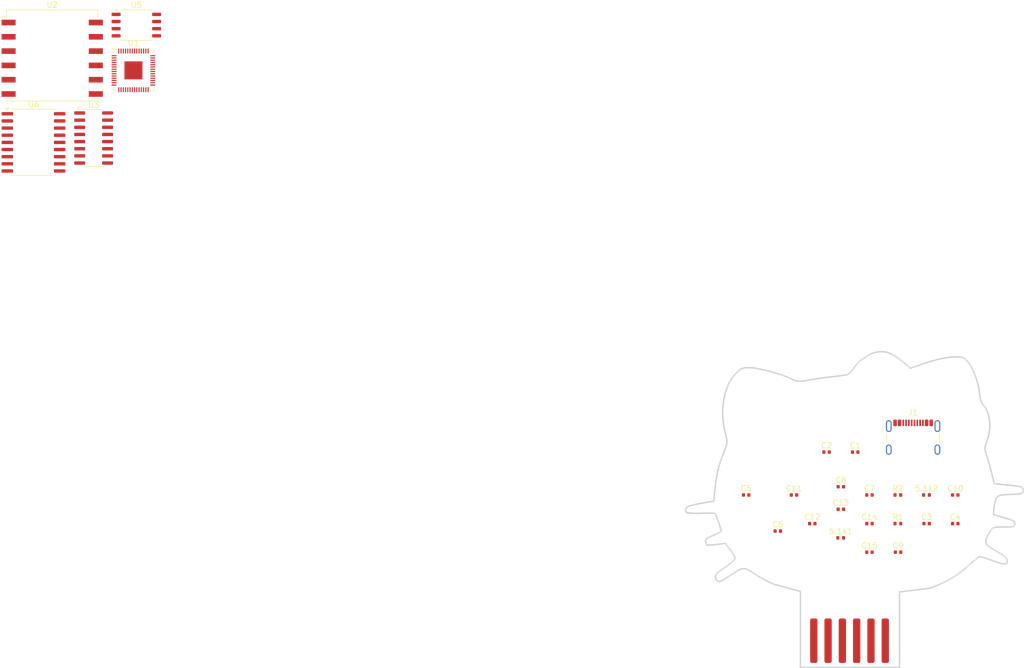
<source format=kicad_pcb>
(kicad_pcb (version 20240108) (generator "pcbnew") (generator_version "8.0")
  (layers (0 "F.Cu" signal) (31 "B.Cu" signal) (34 "B.Paste" user) (35 "F.Paste" user) (36 "B.SilkS" user "B.Silkscreen") (37 "F.SilkS" user "F.Silkscreen") (38 "B.Mask" user) (39 "F.Mask" user) (44 "Edge.Cuts" user))
  (net 0 "")
  (net 4 "Earth")
  (net 5 "/SPI0_SCK")
  (net 7 "/XOUT")
  (net 8 "/QSPI_IO1")
  (net 9 "Net-(U1-USB_DP)")
  (net 11 "/SPI0_CS")
  (net 15 "+3.3V")
  (net 16 "/QSPI_IO3")
  (net 18 "/SPI0_MOSI")
  (net 25 "/QSPI_IO0")
  (net 27 "/CAN_INT")
  (net 29 "/UART0_TX")
  (net 30 "+1V1")
  (net 31 "/BOOT_SEL")
  (net 34 "/UART0_RX")
  (net 36 "/SPI0_MISO")
  (net 37 "/QSPI_IO2")
  (net 38 "/QSPI_CLK")
  (net 40 "/NRESET")
  (net 44 "Net-(U1-USB_DM)")
  (net 46 "/XIN")
  (net 47 "/3V3")
  (net 55 "/CH340G XO")
  (net 56 "/CH340G_XI")
  (net 59 "/USB_DM")
  (net 63 "/USB_DP")
  (net 70 "/TXCAN")
  (net 71 "/RXCAN")
  (net 84 "/SHIELD")
  (net 87 "/USB_DP	")
  (footprint "Resistor_SMD:R_0402_1005Metric" (layer "F.Cu") (at 159.51 91.44)
    (property "Reference" "R1" (at 0 -1.17 0) (layer "F.SilkS"))
    (property "Value" "5.1k")
    (pad "1" smd roundrect (at -0.51 0) (size 0.54 0.64) (layers "F.Cu" "F.Paste" "F.Mask") (net 87 "/USB_DP	"))
    (pad "2" smd roundrect (at 0.51 0) (size 0.54 0.64) (layers "F.Cu" "F.Paste" "F.Mask") (net 9 "Net-(U1-USB_DP)"))
  )
  (footprint "Capacitor_SMD:C_0402_1005Metric" (layer "F.Cu") (at 132.56 86.36)
    (property "Reference" "C5" (at 0 -1.16 0) (layer "F.SilkS"))
    (property "Value" "100nF")
    (pad "1" smd roundrect (at -0.48 0) (size 0.56 0.62) (layers "F.Cu" "F.Paste" "F.Mask") (net 4 "Earth"))
    (pad "2" smd roundrect (at 0.48 0) (size 0.56 0.62) (layers "F.Cu" "F.Paste" "F.Mask") (net 15 "+3.3V"))
  )
  (footprint "Hello-kitty-outline:HELLO-KITTY-OUTLINE" (layer "F.Cu") (at 152.4 88.9)
    (property "Reference" "REF**" (hide yes))
    (property "Value" "HELLO-KITTY-OUTLINE" (hide yes))
    (fp_line (start -28.046533 0.723104) (end -27.190396 0.70072) (stroke (width 0.25)) (layer "Edge.Cuts"))
    (fp_line (start -27.190396 0.70072) (end -25.539799 0.695542) (stroke (width 0.25)) (layer "Edge.Cuts"))
    (fp_line (start -27.042804 5.738686) (end -26.977077 5.919724) (stroke (width 0.25)) (layer "Edge.Cuts"))
    (fp_line (start -26.977077 5.919724) (end -26.921541 6.093795) (stroke (width 0.25)) (layer "Edge.Cuts"))
    (fp_line (start -26.921541 6.093795) (end -26.880738 6.242234) (stroke (width 0.25)) (layer "Edge.Cuts"))
    (fp_line (start -26.822194 6.367144) (end -26.383914 6.358171) (stroke (width 0.25)) (layer "Edge.Cuts"))
    (fp_line (start -26.383914 6.358171) (end -25.848576 6.327145) (stroke (width 0.25)) (layer "Edge.Cuts"))
    (fp_line (start -25.848576 6.327145) (end -25.212612 6.264757) (stroke (width 0.25)) (layer "Edge.Cuts"))
    (fp_line (start -25.839436 4.701641) (end -26.49462 5.007738) (stroke (width 0.25)) (layer "Edge.Cuts"))
    (fp_line (start -25.59074 -1.437361) (end -27.694228 -1.083422) (stroke (width 0.25)) (layer "Edge.Cuts"))
    (fp_line (start -25.385412 -3.552725) (end -25.59074 -1.437361) (stroke (width 0.25)) (layer "Edge.Cuts"))
    (fp_line (start -25.305705 4.468971) (end -25.839436 4.701641) (stroke (width 0.25)) (layer "Edge.Cuts"))
    (fp_line (start -25.270676 0.906467) (end -24.758715 2.288455) (stroke (width 0.25)) (layer "Edge.Cuts"))
    (fp_line (start -25.212612 6.264757) (end -23.554129 6.077121) (stroke (width 0.25)) (layer "Edge.Cuts"))
    (fp_line (start -25.15088 -5.419429) (end -25.385412 -3.552725) (stroke (width 0.25)) (layer "Edge.Cuts"))
    (fp_line (start -24.859658 -6.9119) (end -25.15088 -5.419429) (stroke (width 0.25)) (layer "Edge.Cuts"))
    (fp_line (start -24.840699 4.257789) (end -25.305705 4.468971) (stroke (width 0.25)) (layer "Edge.Cuts"))
    (fp_line (start -24.758715 2.288455) (end -24.290616 3.691695) (stroke (width 0.25)) (layer "Edge.Cuts"))
    (fp_line (start -24.37051 4.018393) (end -24.840699 4.257789) (stroke (width 0.25)) (layer "Edge.Cuts"))
    (fp_line (start -23.925962 12.559112) (end -23.093817 12.027127) (stroke (width 0.25)) (layer "Edge.Cuts"))
    (fp_line (start -23.834056 -10.030196) (end -24.440776 -8.373686) (stroke (width 0.25)) (layer "Edge.Cuts"))
    (fp_line (start -23.570294 -13.645179) (end -23.307256 -12.477049) (stroke (width 0.25)) (layer "Edge.Cuts"))
    (fp_line (start -23.565495 10.280273) (end -24.661088 11.070593) (stroke (width 0.25)) (layer "Edge.Cuts"))
    (fp_line (start -23.554129 6.077121) (end -22.623581 7.252035) (stroke (width 0.25)) (layer "Edge.Cuts"))
    (fp_line (start -23.438688 -11.088862) (end -23.834056 -10.030196) (stroke (width 0.25)) (layer "Edge.Cuts"))
    (fp_line (start -23.093817 12.027127) (end -21.26132 10.861651) (stroke (width 0.25)) (layer "Edge.Cuts"))
    (fp_line (start -22.957306 9.854142) (end -23.565495 10.280273) (stroke (width 0.25)) (layer "Edge.Cuts"))
    (fp_line (start -22.418836 9.42932) (end -22.957306 9.854142) (stroke (width 0.25)) (layer "Edge.Cuts"))
    (fp_line (start -22.01815 9.07248) (end -22.418836 9.42932) (stroke (width 0.25)) (layer "Edge.Cuts"))
    (fp_line (start -21.234558 -24.552312) (end -21.72285 -24.080417) (stroke (width 0.25)) (layer "Edge.Cuts"))
    (fp_line (start -15.926869 -24.57932) (end -17.95874 -25.024266) (stroke (width 0.25)) (layer "Edge.Cuts"))
    (fp_line (start -14.812934 13.350275) (end -10.200009 14.600035) (stroke (width 0.25)) (layer "Edge.Cuts"))
    (fp_line (start -13.835912 -23.972108) (end -15.926869 -24.57932) (stroke (width 0.25)) (layer "Edge.Cuts"))
    (fp_line (start -11.244339 -22.933514) (end -12.131408 -23.305389) (stroke (width 0.25)) (layer "Edge.Cuts"))
    (fp_line (start -10.2 14.6) (end -10.2 28.100768) (stroke (width 0.25)) (layer "Edge.Cuts"))
    (fp_line (start -10.2 28.100768) (end 7.4 28.099232) (stroke (width 0.25)) (layer "Edge.Cuts"))
    (fp_line (start -8.308335 -23.020109) (end -9.772786 -22.766034) (stroke (width 0.25)) (layer "Edge.Cuts"))
    (fp_line (start -7.284142 -23.196378) (end -8.308335 -23.020109) (stroke (width 0.25)) (layer "Edge.Cuts"))
    (fp_line (start -6.070817 -23.371046) (end -7.284142 -23.196378) (stroke (width 0.25)) (layer "Edge.Cuts"))
    (fp_line (start -4.865377 -23.518969) (end -6.070817 -23.371046) (stroke (width 0.25)) (layer "Edge.Cuts"))
    (fp_line (start -3.868339 -23.612105) (end -4.865377 -23.518969) (stroke (width 0.25)) (layer "Edge.Cuts"))
    (fp_line (start -3.868339 -23.612105) (end -2.027846 -23.876181) (stroke (width 0.25)) (layer "Edge.Cuts"))
    (fp_line (start 0.35239 -26.327002) (end 2.005545 -27.472511) (stroke (width 0.25)) (layer "Edge.Cuts"))
    (fp_line (start 7.4 14.700049) (end 7.4 28.09995) (stroke (width 0.25)) (layer "Edge.Cuts"))
    (fp_line (start 9.339933 -25.059438) (end 7.94079 -26.236462) (stroke (width 0.25)) (layer "Edge.Cuts"))
    (fp_line (start 12.055103 -25.983029) (end 9.339933 -25.059438) (stroke (width 0.25)) (layer "Edge.Cuts"))
    (fp_line (start 12.857895 14.005756) (end 7.4 14.700049) (stroke (width 0.25)) (layer "Edge.Cuts"))
    (fp_line (start 19.500992 10.12801) (end 20.232614 9.47202) (stroke (width 0.25)) (layer "Edge.Cuts"))
    (fp_line (start 20.232614 9.47202) (end 20.904712 8.918756) (stroke (width 0.25)) (layer "Edge.Cuts"))
    (fp_line (start 20.904712 8.918756) (end 21.479344 8.484419) (stroke (width 0.25)) (layer "Edge.Cuts"))
    (fp_line (start 21.926222 8.452126) (end 22.528058 8.636328) (stroke (width 0.25)) (layer "Edge.Cuts"))
    (fp_line (start 22.528058 8.636328) (end 23.258798 8.878985) (stroke (width 0.25)) (layer "Edge.Cuts"))
    (fp_line (start 22.723212 -11.50436) (end 23.11223 -12.69903) (stroke (width 0.25)) (layer "Edge.Cuts"))
    (fp_line (start 23.033135 -9.078258) (end 22.748404 -9.942705) (stroke (width 0.25)) (layer "Edge.Cuts"))
    (fp_line (start 23.258798 8.878985) (end 24.059702 9.166543) (stroke (width 0.25)) (layer "Edge.Cuts"))
    (fp_line (start 23.274849 -8.262583) (end 23.033135 -9.078258) (stroke (width 0.25)) (layer "Edge.Cuts"))
    (fp_line (start 23.52441 -7.367603) (end 23.274849 -8.262583) (stroke (width 0.25)) (layer "Edge.Cuts"))
    (fp_line (start 23.585694 6.814462) (end 23.17703 6.536272) (stroke (width 0.25)) (layer "Edge.Cuts"))
    (fp_line (start 23.744244 -6.521658) (end 23.52441 -7.367603) (stroke (width 0.25)) (layer "Edge.Cuts"))
    (fp_line (start 24.059702 9.166543) (end 25.075971 9.522212) (stroke (width 0.25)) (layer "Edge.Cuts"))
    (fp_line (start 24.097674 0.794985) (end 24.117426 0.375557) (stroke (width 0.25)) (layer "Edge.Cuts"))
    (fp_line (start 24.117426 0.375557) (end 24.165289 -0.13953) (stroke (width 0.25)) (layer "Edge.Cuts"))
    (fp_line (start 24.165289 -0.13953) (end 24.247335 -0.725246) (stroke (width 0.25)) (layer "Edge.Cuts"))
    (fp_line (start 24.24134 -4.529998) (end 23.744244 -6.521658) (stroke (width 0.25)) (layer "Edge.Cuts"))
    (fp_line (start 24.753356 3.171945) (end 25.925472 3.152122) (stroke (width 0.25)) (layer "Edge.Cuts"))
    (fp_line (start 24.767576 1.148804) (end 24.252126 0.979899) (stroke (width 0.25)) (layer "Edge.Cuts"))
    (fp_line (start 25.382655 1.336289) (end 24.767576 1.148804) (stroke (width 0.25)) (layer "Edge.Cuts"))
    (fp_line (start 25.420008 7.922298) (end 24.371961 7.289329) (stroke (width 0.25)) (layer "Edge.Cuts"))
    (fp_line (start 25.880851 -2.573158) (end 27.55285 -2.652237) (stroke (width 0.25)) (layer "Edge.Cuts"))
    (fp_line (start 25.925472 3.152122) (end 27.087955 3.136505) (stroke (width 0.25)) (layer "Edge.Cuts"))
    (fp_line (start 26.08688 1.533391) (end 25.382655 1.336289) (stroke (width 0.25)) (layer "Edge.Cuts"))
    (fp_line (start 26.630035 -4.311848) (end 24.24134 -4.529998) (stroke (width 0.25)) (layer "Edge.Cuts"))
    (fp_line (start 26.912975 1.776772) (end 26.08688 1.533391) (stroke (width 0.25)) (layer "Edge.Cuts"))
    (fp_line (start 27.55285 -2.652237) (end 28.349498 -2.688094) (stroke (width 0.25)) (layer "Edge.Cuts"))
    (fp_line (start 28.126967 -4.142992) (end 26.630035 -4.311848) (stroke (width 0.25)) (layer "Edge.Cuts"))
    (fp_arc (start -30.604343 0.093803) (mid -30.390997 -0.326945) (end -29.988346 -0.572743) (stroke (width 0.25)) (layer "Edge.Cuts"))
    (fp_arc (start -30.190135 0.65016) (mid -30.520244 0.463559) (end -30.604343 0.093803) (stroke (width 0.25)) (layer "Edge.Cuts"))
    (fp_arc (start -29.988346 -0.572743) (mid -28.847969 -0.858102) (end -27.694228 -1.083422) (stroke (width 0.25)) (layer "Edge.Cuts"))
    (fp_arc (start -28.046533 0.723104) (mid -29.119506 0.721083) (end -30.190135 0.65016) (stroke (width 0.25)) (layer "Edge.Cuts"))
    (fp_arc (start -27.042804 5.738686) (mid -27.064781 5.616567) (end -27.04012 5.494961) (stroke (width 0.25)) (layer "Edge.Cuts"))
    (fp_arc (start -27.04012 5.494961) (mid -26.96928 5.367218) (end -26.870588 5.259531) (stroke (width 0.25)) (layer "Edge.Cuts"))
    (fp_arc (start -26.880738 6.242234) (mid -26.873517 6.280453) (end -26.871094 6.319273) (stroke (width 0.25)) (layer "Edge.Cuts"))
    (fp_arc (start -26.870588 5.259531) (mid -26.690244 5.122227) (end -26.49462 5.007738) (stroke (width 0.25)) (layer "Edge.Cuts"))
    (fp_arc (start -26.822194 6.367144) (mid -26.856691 6.353471) (end -26.871094 6.319273) (stroke (width 0.25)) (layer "Edge.Cuts"))
    (fp_arc (start -25.539799 0.695542) (mid -25.375408 0.762942) (end -25.270684 0.906469) (stroke (width 0.25)) (layer "Edge.Cuts"))
    (fp_arc (start -25.294881 12.155831) (mid -25.288689 11.897237) (end -25.191864 11.657375) (stroke (width 0.25)) (layer "Edge.Cuts"))
    (fp_arc (start -25.191864 11.657375) (mid -24.951735 11.341136) (end -24.661088 11.070593) (stroke (width 0.25)) (layer "Edge.Cuts"))
    (fp_arc (start -25.052166 12.632846) (mid -25.211366 12.413594) (end -25.294881 12.155831) (stroke (width 0.25)) (layer "Edge.Cuts"))
    (fp_arc (start -24.859658 -6.9119) (mid -24.666004 -7.647317) (end -24.440782 -8.373688) (stroke (width 0.25)) (layer "Edge.Cuts"))
    (fp_arc (start -24.761376 12.806179) (mid -24.917564 12.73762) (end -25.052166 12.632846) (stroke (width 0.25)) (layer "Edge.Cuts"))
    (fp_arc (start -24.443333 12.80454) (mid -24.602233 12.828977) (end -24.761376 12.806179) (stroke (width 0.25)) (layer "Edge.Cuts"))
    (fp_arc (start -24.290619 3.691696) (mid -24.284854 3.866223) (end -24.37051 4.018393) (stroke (width 0.25)) (layer "Edge.Cuts"))
    (fp_arc (start -24.000986 -16.608196) (mid -23.983591 -18.073399) (end -23.807037 -19.528029) (stroke (width 0.25)) (layer "Edge.Cuts"))
    (fp_arc (start -23.925962 12.559112) (mid -24.175859 12.700353) (end -24.443333 12.80454) (stroke (width 0.25)) (layer "Edge.Cuts"))
    (fp_arc (start -23.807037 -19.528029) (mid -23.493293 -20.843193) (end -23.02705 -22.11233) (stroke (width 0.25)) (layer "Edge.Cuts"))
    (fp_arc (start -23.570294 -13.645179) (mid -23.861083 -15.115721) (end -24.000986 -16.608196) (stroke (width 0.25)) (layer "Edge.Cuts"))
    (fp_arc (start -23.307256 -12.477049) (mid -23.265514 -12.156466) (end -23.267261 -11.833181) (stroke (width 0.25)) (layer "Edge.Cuts"))
    (fp_arc (start -23.267261 -11.833181) (mid -23.32436 -11.454431) (end -23.438688 -11.088862) (stroke (width 0.25)) (layer "Edge.Cuts"))
    (fp_arc (start -23.02705 -22.11233) (mid -22.460888 -23.153322) (end -21.72285 -24.080417) (stroke (width 0.25)) (layer "Edge.Cuts"))
    (fp_arc (start -22.623581 7.252035) (mid -22.445576 7.487913) (end -22.278795 7.731856) (stroke (width 0.25)) (layer "Edge.Cuts"))
    (fp_arc (start -22.278795 7.731856) (mid -22.138494 7.96288) (end -22.012553 8.202036) (stroke (width 0.25)) (layer "Edge.Cuts"))
    (fp_arc (start -22.012553 8.202036) (mid -21.922844 8.401412) (end -21.845813 8.606021) (stroke (width 0.25)) (layer "Edge.Cuts"))
    (fp_arc (start -21.850154 8.836281) (mid -21.919192 8.965021) (end -22.01815 9.07248) (stroke (width 0.25)) (layer "Edge.Cuts"))
    (fp_arc (start -21.845813 8.606021) (mid -21.827771 8.721532) (end -21.850154 8.836281) (stroke (width 0.25)) (layer "Edge.Cuts"))
    (fp_arc (start -21.26132 10.861651) (mid -20.854477 10.665954) (end -20.41719 10.553713) (stroke (width 0.25)) (layer "Edge.Cuts"))
    (fp_arc (start -21.234558 -24.552312) (mid -20.964356 -24.788279) (end -20.655038 -24.969972) (stroke (width 0.25)) (layer "Edge.Cuts"))
    (fp_arc (start -20.655038 -24.969972) (mid -20.409499 -25.061926) (end -20.15251 -25.113899) (stroke (width 0.25)) (layer "Edge.Cuts"))
    (fp_arc (start -20.41719 10.553713) (mid -20.037482 10.553972) (end -19.675577 10.668877) (stroke (width 0.25)) (layer "Edge.Cuts"))
    (fp_arc (start -20.152511 -25.113904) (mid -19.787318 -25.146902) (end -19.420803 -25.157911) (stroke (width 0.25)) (layer "Edge.Cuts"))
    (fp_arc (start -19.675577 10.668877) (mid -19.100312 10.979156) (end -18.54738 11.32768) (stroke (width 0.25)) (layer "Edge.Cuts"))
    (fp_arc (start -19.420803 -25.157911) (mid -18.686724 -25.124429) (end -17.95874 -25.024266) (stroke (width 0.25)) (layer "Edge.Cuts"))
    (fp_arc (start -14.812934 13.350275) (mid -16.730719 12.432334) (end -18.54738 11.32768) (stroke (width 0.25)) (layer "Edge.Cuts"))
    (fp_arc (start -13.835912 -23.972108) (mid -12.974244 -23.662821) (end -12.131408 -23.305391) (stroke (width 0.25)) (layer "Edge.Cuts"))
    (fp_arc (start -10.481076 -22.737107) (mid -10.87144 -22.801374) (end -11.244339 -22.933514) (stroke (width 0.25)) (layer "Edge.Cuts"))
    (fp_arc (start -9.772786 -22.766034) (mid -10.126096 -22.731137) (end -10.481076 -22.737107) (stroke (width 0.25)) (layer "Edge.Cuts"))
    (fp_arc (start -1.264029 -24.388559) (mid -1.607067 -24.074424) (end -2.027846 -23.876181) (stroke (width 0.25)) (layer "Edge.Cuts"))
    (fp_arc (start -1.264028 -24.388558) (mid -0.498179 -25.393102) (end 0.35239 -26.327002) (stroke (width 0.25)) (layer "Edge.Cuts"))
    (fp_arc (start 2.005545 -27.472511) (mid 2.756704 -27.757601) (end 3.537985 -27.944996) (stroke (width 0.25)) (layer "Edge.Cuts"))
    (fp_arc (start 3.537985 -27.944996) (mid 4.239088 -27.99925) (end 4.9379 -27.920816) (stroke (width 0.25)) (layer "Edge.Cuts"))
    (fp_arc (start 4.9379 -27.920816) (mid 5.669318 -27.702851) (end 6.354449 -27.366581) (stroke (width 0.25)) (layer "Edge.Cuts"))
    (fp_arc (start 6.354449 -27.366581) (mid 7.170066 -26.83303) (end 7.94079 -26.236462) (stroke (width 0.25)) (layer "Edge.Cuts"))
    (fp_arc (start 12.055103 -25.983029) (mid 13.250265 -26.360463) (end 14.460863 -26.684994) (stroke (width 0.25)) (layer "Edge.Cuts"))
    (fp_arc (start 14.460863 -26.684994) (mid 15.494475 -26.898055) (end 16.540912 -27.03487) (stroke (width 0.25)) (layer "Edge.Cuts"))
    (fp_arc (start 15.38862 12.932876) (mid 14.139718 13.508142) (end 12.857895 14.005756) (stroke (width 0.25)) (layer "Edge.Cuts"))
    (fp_arc (start 16.540912 -27.03487) (mid 17.357347 -27.075181) (end 18.174162 -27.043498) (stroke (width 0.25)) (layer "Edge.Cuts"))
    (fp_arc (start 17.593994 11.644323) (mid 16.512727 12.325261) (end 15.38862 12.932876) (stroke (width 0.25)) (layer "Edge.Cuts"))
    (fp_arc (start 18.174162 -27.043498) (mid 18.678193 -26.91942) (end 19.118454 -26.644438) (stroke (width 0.25)) (layer "Edge.Cuts"))
    (fp_arc (start 19.118454 -26.644438) (mid 19.575406 -26.176016) (end 19.950889 -25.640071) (stroke (width 0.25)) (layer "Edge.Cuts"))
    (fp_arc (start 19.500992 10.12801) (mid 18.57651 10.922659) (end 17.593994 11.644323) (stroke (width 0.25)) (layer "Edge.Cuts"))
    (fp_arc (start 19.950889 -25.640071) (mid 20.360779 -24.879468) (end 20.715012 -24.091404) (stroke (width 0.25)) (layer "Edge.Cuts"))
    (fp_arc (start 20.715012 -24.091404) (mid 21.041479 -23.20316) (end 21.306305 -22.29463) (stroke (width 0.25)) (layer "Edge.Cuts"))
    (fp_arc (start 21.306305 -22.29463) (mid 21.496455 -21.405488) (end 21.617361 -20.504315) (stroke (width 0.25)) (layer "Edge.Cuts"))
    (fp_arc (start 21.479344 8.484419) (mid 21.579104 8.433371) (end 21.689779 8.415796) (stroke (width 0.25)) (layer "Edge.Cuts"))
    (fp_arc (start 21.689779 8.415796) (mid 21.809388 8.424926) (end 21.926222 8.452126) (stroke (width 0.25)) (layer "Edge.Cuts"))
    (fp_arc (start 21.699459 -19.940323) (mid 21.651381 -20.221296) (end 21.617361 -20.504315) (stroke (width 0.25)) (layer "Edge.Cuts"))
    (fp_arc (start 21.83719 -19.388092) (mid 21.761419 -19.662485) (end 21.699459 -19.940323) (stroke (width 0.25)) (layer "Edge.Cuts"))
    (fp_arc (start 22.005776 -18.920556) (mid 21.915452 -19.152149) (end 21.83719 -19.388092) (stroke (width 0.25)) (layer "Edge.Cuts"))
    (fp_arc (start 22.181405 -18.644503) (mid 22.081902 -18.775093) (end 22.005776 -18.920556) (stroke (width 0.25)) (layer "Edge.Cuts"))
    (fp_arc (start 22.181405 -18.644503) (mid 22.634231 -18.045651) (end 22.975049 -17.376683) (stroke (width 0.25)) (layer "Edge.Cuts"))
    (fp_arc (start 22.591882 -10.836253) (mid 22.632207 -11.175287) (end 22.723212 -11.50436) (stroke (width 0.25)) (layer "Edge.Cuts"))
    (fp_arc (start 22.640871 -10.335795) (mid 22.598799 -10.584304) (end 22.591882 -10.836253) (stroke (width 0.25)) (layer "Edge.Cuts"))
    (fp_arc (start 22.748404 -9.942705) (mid 22.691769 -10.138465) (end 22.640871 -10.335795) (stroke (width 0.25)) (layer "Edge.Cuts"))
    (fp_arc (start 22.769871 5.957566) (mid 22.734062 5.601567) (end 22.820293 5.254316) (stroke (width 0.25)) (layer "Edge.Cuts"))
    (fp_arc (start 22.820293 5.254316) (mid 23.120673 4.621197) (end 23.455667 4.005691) (stroke (width 0.25)) (layer "Edge.Cuts"))
    (fp_arc (start 22.975049 -17.376683) (mid 23.233255 -16.590032) (end 23.385872 -15.776275) (stroke (width 0.25)) (layer "Edge.Cuts"))
    (fp_arc (start 23.17703 6.536272) (mid 22.923636 6.281967) (end 22.769871 5.957566) (stroke (width 0.25)) (layer "Edge.Cuts"))
    (fp_arc (start 23.381472 -13.998949) (mid 23.272792 -13.343617) (end 23.11223 -12.69903) (stroke (width 0.25)) (layer "Edge.Cuts"))
    (fp_arc (start 23.385872 -15.776275) (mid 23.437933 -14.887478) (end 23.381472 -13.998949) (stroke (width 0.25)) (layer "Edge.Cuts"))
    (fp_arc (start 23.455667 4.005691) (mid 23.621223 3.748834) (end 23.809891 3.508442) (stroke (width 0.25)) (layer "Edge.Cuts"))
    (fp_arc (start 23.809891 3.508442) (mid 23.968681 3.367072) (end 24.158775 3.27187) (stroke (width 0.25)) (layer "Edge.Cuts"))
    (fp_arc (start 24.141117 0.91112) (mid 24.106843 0.857753) (end 24.097674 0.794985) (stroke (width 0.25)) (layer "Edge.Cuts"))
    (fp_arc (start 24.158775 3.27187) (mid 24.451904 3.197145) (end 24.753356 3.171945) (stroke (width 0.25)) (layer "Edge.Cuts"))
    (fp_arc (start 24.247335 -0.725246) (mid 24.35996 -1.264042) (end 24.523928 -1.789494) (stroke (width 0.25)) (layer "Edge.Cuts"))
    (fp_arc (start 24.252126 0.979899) (mid 24.192639 0.95194) (end 24.141117 0.91112) (stroke (width 0.25)) (layer "Edge.Cuts"))
    (fp_arc (start 24.371961 7.289329) (mid 23.974633 7.058841) (end 23.585694 6.814462) (stroke (width 0.25)) (layer "Edge.Cuts"))
    (fp_arc (start 24.523928 -1.789494) (mid 24.698769 -2.092163) (end 24.965897 -2.317601) (stroke (width 0.25)) (layer "Edge.Cuts"))
    (fp_arc (start 24.965897 -2.317601) (mid 25.406965 -2.504124) (end 25.880851 -2.573158) (stroke (width 0.25)) (layer "Edge.Cuts"))
    (fp_arc (start 25.420008 7.922299) (mid 25.905711 8.248752) (end 26.330147 8.651657) (stroke (width 0.25)) (layer "Edge.Cuts"))
    (fp_arc (start 25.722025 9.685211) (mid 25.396093 9.615224) (end 25.075971 9.522212) (stroke (width 0.25)) (layer "Edge.Cuts"))
    (fp_arc (start 26.150784 9.707286) (mid 25.935717 9.709611) (end 25.722025 9.685211) (stroke (width 0.25)) (layer "Edge.Cuts"))
    (fp_arc (start 26.330144 8.651659) (mid 26.482667 8.883761) (end 26.56184 9.149969) (stroke (width 0.25)) (layer "Edge.Cuts"))
    (fp_arc (start 26.416899 9.585496) (mid 26.294809 9.670359) (end 26.150784 9.707286) (stroke (width 0.25)) (layer "Edge.Cuts"))
    (fp_arc (start 26.56184 9.149969) (mid 26.540842 9.384861) (end 26.416899 9.585496) (stroke (width 0.25)) (layer "Edge.Cuts"))
    (fp_arc (start 26.912975 1.776772) (mid 27.234341 1.886606) (end 27.538525 2.037643) (stroke (width 0.25)) (layer "Edge.Cuts"))
    (fp_arc (start 27.538525 2.037643) (mid 27.684502 2.145333) (end 27.803737 2.28204) (stroke (width 0.25)) (layer "Edge.Cuts"))
    (fp_arc (start 27.57981 3.060641) (mid 27.336267 3.114028) (end 27.087955 3.136505) (stroke (width 0.25)) (layer "Edge.Cuts"))
    (fp_arc (start 27.803737 2.28204) (mid 27.875048 2.427356) (end 27.899574 2.587357) (stroke (width 0.25)) (layer "Edge.Cuts"))
    (fp_arc (start 27.811056 2.888793) (mid 27.711091 2.995786) (end 27.57981 3.060641) (stroke (width 0.25)) (layer "Edge.Cuts"))
    (fp_arc (start 27.899574 2.587357) (mid 27.876997 2.744443) (end 27.811056 2.888793) (stroke (width 0.25)) (layer "Edge.Cuts"))
    (fp_arc (start 28.126967 -4.142992) (mid 28.595603 -4.062357) (end 29.04561 -3.908683) (stroke (width 0.25)) (layer "Edge.Cuts"))
    (fp_arc (start 28.868263 -2.773956) (mid 28.610845 -2.719155) (end 28.349498 -2.688094) (stroke (width 0.25)) (layer "Edge.Cuts"))
    (fp_arc (start 29.04561 -3.908683) (mid 29.23633 -3.777727) (end 29.363631 -3.584549) (stroke (width 0.25)) (layer "Edge.Cuts"))
    (fp_arc (start 29.195495 -2.91554) (mid 29.037298 -2.832224) (end 28.868263 -2.773956) (stroke (width 0.25)) (layer "Edge.Cuts"))
    (fp_arc (start 29.363631 -3.584549) (mid 29.410039 -3.356032) (end 29.368898 -3.126508) (stroke (width 0.25)) (layer "Edge.Cuts"))
    (fp_arc (start 29.368898 -3.126508) (mid 29.299331 -3.00694) (end 29.195495 -2.91554) (stroke (width 0.25)) (layer "Edge.Cuts"))
    (pad "1" smd roundrect (at -7.83 23.35 180) (size 1.3 7.9) (layers "F.Cu" "F.Paste" "F.Mask"))
    (pad "2" smd roundrect (at -5.29 23.35 180) (size 1.3 7.9) (layers "F.Cu" "F.Paste" "F.Mask"))
    (pad "3" smd roundrect (at -2.75 23.35 180) (size 1.3 7.9) (layers "F.Cu" "F.Paste" "F.Mask"))
    (pad "4" smd roundrect (at -0.21 23.35 180) (size 1.3 7.9) (layers "F.Cu" "F.Paste" "F.Mask"))
    (pad "5" smd roundrect (at 2.33 23.35 180) (size 1.3 7.9) (layers "F.Cu" "F.Paste" "F.Mask"))
    (pad "6" smd roundrect (at 4.87 23.35 180) (size 1.3 7.9) (layers "F.Cu" "F.Paste" "F.Mask"))
  )
  (footprint "Package_SO:SOIC-8_5.23x5.23mm_P1.27mm" (layer "F.Cu") (at 24.225 2.885)
    (property "Reference" "U5" (at 0 -3.56 0) (layer "F.SilkS"))
    (property "Value" "W25Q128JVS")
    (pad "1" smd roundrect (at -3.6 -1.905) (size 1.6 0.6) (layers "F.Cu" "F.Paste" "F.Mask"))
    (pad "2" smd roundrect (at -3.6 -0.635) (size 1.6 0.6) (layers "F.Cu" "F.Paste" "F.Mask") (net 8 "/QSPI_IO1"))
    (pad "3" smd roundrect (at -3.6 0.635) (size 1.6 0.6) (layers "F.Cu" "F.Paste" "F.Mask") (net 37 "/QSPI_IO2"))
    (pad "4" smd roundrect (at -3.6 1.905) (size 1.6 0.6) (layers "F.Cu" "F.Paste" "F.Mask") (net 4 "Earth"))
    (pad "5" smd roundrect (at 3.6 1.905) (size 1.6 0.6) (layers "F.Cu" "F.Paste" "F.Mask") (net 25 "/QSPI_IO0"))
    (pad "6" smd roundrect (at 3.6 0.635) (size 1.6 0.6) (layers "F.Cu" "F.Paste" "F.Mask") (net 38 "/QSPI_CLK"))
    (pad "7" smd roundrect (at 3.6 -0.635) (size 1.6 0.6) (layers "F.Cu" "F.Paste" "F.Mask") (net 16 "/QSPI_IO3"))
    (pad "8" smd roundrect (at 3.6 -1.905) (size 1.6 0.6) (layers "F.Cu" "F.Paste" "F.Mask") (net 47 "/3V3"))
  )
  (footprint "Resistor_SMD:R_0402_1005Metric" (layer "F.Cu") (at 159.51 86.36)
    (property "Reference" "R2" (at 0 -1.17 0) (layer "F.SilkS"))
    (property "Value" "27.4K")
    (pad "1" smd roundrect (at -0.51 0) (size 0.54 0.64) (layers "F.Cu" "F.Paste" "F.Mask") (net 59 "/USB_DM"))
    (pad "2" smd roundrect (at 0.51 0) (size 0.54 0.64) (layers "F.Cu" "F.Paste" "F.Mask") (net 44 "Net-(U1-USB_DM)"))
  )
  (footprint "Capacitor_SMD:C_0402_1005Metric" (layer "F.Cu") (at 164.62 91.44)
    (property "Reference" "C3" (at 0 -1.16 0) (layer "F.SilkS"))
    (property "Value" "22pF")
    (pad "1" smd roundrect (at -0.48 0) (size 0.56 0.62) (layers "F.Cu" "F.Paste" "F.Mask") (net 56 "/CH340G_XI"))
    (pad "2" smd roundrect (at 0.48 0) (size 0.56 0.62) (layers "F.Cu" "F.Paste" "F.Mask") (net 4 "Earth"))
  )
  (footprint "Package_SO:SOIC-16_3.9x9.9mm_P1.27mm" (layer "F.Cu") (at 16.635 22.945)
    (property "Reference" "U3" (at 0 -5.9 0) (layer "F.SilkS"))
    (property "Value" "CH340G")
    (pad "1" smd roundrect (at -2.475 -4.445) (size 1.95 0.6) (layers "F.Cu" "F.Paste" "F.Mask") (net 4 "Earth"))
    (pad "2" smd roundrect (at -2.475 -3.175) (size 1.95 0.6) (layers "F.Cu" "F.Paste" "F.Mask") (net 34 "/UART0_RX"))
    (pad "3" smd roundrect (at -2.475 -1.905) (size 1.95 0.6) (layers "F.Cu" "F.Paste" "F.Mask") (net 29 "/UART0_TX"))
    (pad "4" smd roundrect (at -2.475 -0.635) (size 1.95 0.6) (layers "F.Cu" "F.Paste" "F.Mask"))
    (pad "5" smd roundrect (at -2.475 0.635) (size 1.95 0.6) (layers "F.Cu" "F.Paste" "F.Mask") (net 63 "/USB_DP"))
    (pad "6" smd roundrect (at -2.475 1.905) (size 1.95 0.6) (layers "F.Cu" "F.Paste" "F.Mask") (net 59 "/USB_DM"))
    (pad "7" smd roundrect (at -2.475 3.175) (size 1.95 0.6) (layers "F.Cu" "F.Paste" "F.Mask") (net 56 "/CH340G_XI"))
    (pad "8" smd roundrect (at -2.475 4.445) (size 1.95 0.6) (layers "F.Cu" "F.Paste" "F.Mask") (net 55 "/CH340G XO"))
    (pad "9" smd roundrect (at 2.475 4.445) (size 1.95 0.6) (layers "F.Cu" "F.Paste" "F.Mask"))
    (pad "10" smd roundrect (at 2.475 3.175) (size 1.95 0.6) (layers "F.Cu" "F.Paste" "F.Mask"))
    (pad "11" smd roundrect (at 2.475 1.905) (size 1.95 0.6) (layers "F.Cu" "F.Paste" "F.Mask"))
    (pad "12" smd roundrect (at 2.475 0.635) (size 1.95 0.6) (layers "F.Cu" "F.Paste" "F.Mask"))
    (pad "13" smd roundrect (at 2.475 -0.635) (size 1.95 0.6) (layers "F.Cu" "F.Paste" "F.Mask") (net 40 "/NRESET"))
    (pad "14" smd roundrect (at 2.475 -1.905) (size 1.95 0.6) (layers "F.Cu" "F.Paste" "F.Mask"))
    (pad "15" smd roundrect (at 2.475 -3.175) (size 1.95 0.6) (layers "F.Cu" "F.Paste" "F.Mask"))
    (pad "16" smd roundrect (at 2.475 -4.445) (size 1.95 0.6) (layers "F.Cu" "F.Paste" "F.Mask") (net 47 "/3V3"))
  )
  (footprint "Resistor_SMD:R_0402_1005Metric" (layer "F.Cu") (at 149.35 93.98)
    (property "Reference" "5.1k1" (at 0 -1.17 0) (layer "F.SilkS"))
    (property "Value" "5.1k")
    (pad "1" smd roundrect (at -0.51 0) (size 0.54 0.64) (layers "F.Cu" "F.Paste" "F.Mask"))
    (pad "2" smd roundrect (at 0.51 0) (size 0.54 0.64) (layers "F.Cu" "F.Paste" "F.Mask") (net 4 "Earth"))
  )
  (footprint "RF_GPS:Quectel_L80-R" (layer "F.Cu") (at 9.275 8.275)
    (property "Reference" "U2" (at 0 -9 180) (layer "F.SilkS"))
    (property "Value" "L80-R")
    (pad "1" smd rect (at -7.75 -5.85 180) (size 2.5 1) (layers "F.Cu" "F.Paste" "F.Mask") (net 29 "/UART0_TX"))
    (pad "2" smd rect (at -7.75 -3.31 180) (size 2.5 1) (layers "F.Cu" "F.Paste" "F.Mask") (net 34 "/UART0_RX"))
    (pad "3" smd rect (at -7.75 -0.77 180) (size 2.5 1) (layers "F.Cu" "F.Paste" "F.Mask") (net 4 "Earth"))
    (pad "4" smd rect (at -7.75 1.77 180) (size 2.5 1) (layers "F.Cu" "F.Paste" "F.Mask") (net 47 "/3V3"))
    (pad "5" smd rect (at -7.75 4.31 180) (size 2.5 1) (layers "F.Cu" "F.Paste" "F.Mask"))
    (pad "6" smd rect (at -7.75 6.85 180) (size 2.5 1) (layers "F.Cu" "F.Paste" "F.Mask"))
    (pad "7" smd rect (at 7.75 6.85 180) (size 2.5 1) (layers "F.Cu" "F.Paste" "F.Mask"))
    (pad "8" smd rect (at 7.75 4.31 180) (size 2.5 1) (layers "F.Cu" "F.Paste" "F.Mask"))
    (pad "9" smd rect (at 7.75 1.77 180) (size 2.5 1) (layers "F.Cu" "F.Paste" "F.Mask"))
    (pad "10" smd rect (at 7.75 -0.77 180) (size 2.5 1) (layers "F.Cu" "F.Paste" "F.Mask"))
    (pad "11" smd rect (at 7.75 -3.31 180) (size 2.5 1) (layers "F.Cu" "F.Paste" "F.Mask"))
    (pad "12" smd rect (at 7.75 -5.85 180) (size 2.5 1) (layers "F.Cu" "F.Paste" "F.Mask") (net 4 "Earth"))
  )
  (footprint "Capacitor_SMD:C_0402_1005Metric" (layer "F.Cu") (at 154.46 91.44)
    (property "Reference" "C14" (at 0 -1.16 0) (layer "F.SilkS"))
    (property "Value" "100nF")
    (pad "1" smd roundrect (at -0.48 0) (size 0.56 0.62) (layers "F.Cu" "F.Paste" "F.Mask") (net 30 "+1V1"))
    (pad "2" smd roundrect (at 0.48 0) (size 0.56 0.62) (layers "F.Cu" "F.Paste" "F.Mask") (net 4 "Earth"))
  )
  (footprint "Capacitor_SMD:C_0402_1005Metric" (layer "F.Cu") (at 149.38 88.9)
    (property "Reference" "C13" (at 0 -1.16 0) (layer "F.SilkS"))
    (property "Value" "100nF")
    (pad "1" smd roundrect (at -0.48 0) (size 0.56 0.62) (layers "F.Cu" "F.Paste" "F.Mask") (net 30 "+1V1"))
    (pad "2" smd roundrect (at 0.48 0) (size 0.56 0.62) (layers "F.Cu" "F.Paste" "F.Mask") (net 4 "Earth"))
  )
  (footprint "Resistor_SMD:R_0402_1005Metric" (layer "F.Cu") (at 164.59 86.36)
    (property "Reference" "5.1k2" (at 0 -1.17 0) (layer "F.SilkS"))
    (property "Value" "5.1k")
    (pad "1" smd roundrect (at -0.51 0) (size 0.54 0.64) (layers "F.Cu" "F.Paste" "F.Mask"))
    (pad "2" smd roundrect (at 0.51 0) (size 0.54 0.64) (layers "F.Cu" "F.Paste" "F.Mask") (net 4 "Earth"))
  )
  (footprint "Package_DFN_QFN:QFN-56-1EP_7x7mm_P0.4mm_EP3.2x3.2mm" (layer "F.Cu") (at 23.705 10.925)
    (property "Reference" "U1" (at 0 -4.83 0) (layer "F.SilkS"))
    (property "Value" "RP2040")
    (pad "1" smd roundrect (at -3.4375 -2.6) (size 0.875 0.2) (layers "F.Cu" "F.Paste" "F.Mask") (net 15 "+3.3V"))
    (pad "2" smd roundrect (at -3.4375 -2.2) (size 0.875 0.2) (layers "F.Cu" "F.Paste" "F.Mask") (net 29 "/UART0_TX"))
    (pad "3" smd roundrect (at -3.4375 -1.8) (size 0.875 0.2) (layers "F.Cu" "F.Paste" "F.Mask") (net 34 "/UART0_RX"))
    (pad "4" smd roundrect (at -3.4375 -1.4) (size 0.875 0.2) (layers "F.Cu" "F.Paste" "F.Mask") (net 5 "/SPI0_SCK"))
    (pad "5" smd roundrect (at -3.4375 -1) (size 0.875 0.2) (layers "F.Cu" "F.Paste" "F.Mask") (net 18 "/SPI0_MOSI"))
    (pad "6" smd roundrect (at -3.4375 -0.6) (size 0.875 0.2) (layers "F.Cu" "F.Paste" "F.Mask") (net 36 "/SPI0_MISO"))
    (pad "7" smd roundrect (at -3.4375 -0.2) (size 0.875 0.2) (layers "F.Cu" "F.Paste" "F.Mask") (net 11 "/SPI0_CS"))
    (pad "8" smd roundrect (at -3.4375 0.2) (size 0.875 0.2) (layers "F.Cu" "F.Paste" "F.Mask") (net 27 "/CAN_INT"))
    (pad "9" smd roundrect (at -3.4375 0.6) (size 0.875 0.2) (layers "F.Cu" "F.Paste" "F.Mask"))
    (pad "10" smd roundrect (at -3.4375 1) (size 0.875 0.2) (layers "F.Cu" "F.Paste" "F.Mask") (net 15 "+3.3V"))
    (pad "11" smd roundrect (at -3.4375 1.4) (size 0.875 0.2) (layers "F.Cu" "F.Paste" "F.Mask"))
    (pad "12" smd roundrect (at -3.4375 1.8) (size 0.875 0.2) (layers "F.Cu" "F.Paste" "F.Mask"))
    (pad "13" smd roundrect (at -3.4375 2.2) (size 0.875 0.2) (layers "F.Cu" "F.Paste" "F.Mask"))
    (pad "14" smd roundrect (at -3.4375 2.6) (size 0.875 0.2) (layers "F.Cu" "F.Paste" "F.Mask"))
    (pad "15" smd roundrect (at -2.6 3.4375) (size 0.2 0.875) (layers "F.Cu" "F.Paste" "F.Mask"))
    (pad "16" smd roundrect (at -2.2 3.4375) (size 0.2 0.875) (layers "F.Cu" "F.Paste" "F.Mask"))
    (pad "17" smd roundrect (at -1.8 3.4375) (size 0.2 0.875) (layers "F.Cu" "F.Paste" "F.Mask"))
    (pad "18" smd roundrect (at -1.4 3.4375) (size 0.2 0.875) (layers "F.Cu" "F.Paste" "F.Mask"))
    (pad "19" smd roundrect (at -1 3.4375) (size 0.2 0.875) (layers "F.Cu" "F.Paste" "F.Mask") (net 4 "Earth"))
    (pad "20" smd roundrect (at -0.6 3.4375) (size 0.2 0.875) (layers "F.Cu" "F.Paste" "F.Mask") (net 46 "/XIN"))
    (pad "21" smd roundrect (at -0.2 3.4375) (size 0.2 0.875) (layers "F.Cu" "F.Paste" "F.Mask") (net 7 "/XOUT"))
    (pad "22" smd roundrect (at 0.2 3.4375) (size 0.2 0.875) (layers "F.Cu" "F.Paste" "F.Mask") (net 15 "+3.3V"))
    (pad "23" smd roundrect (at 0.6 3.4375) (size 0.2 0.875) (layers "F.Cu" "F.Paste" "F.Mask") (net 30 "+1V1"))
    (pad "24" smd roundrect (at 1 3.4375) (size 0.2 0.875) (layers "F.Cu" "F.Paste" "F.Mask"))
    (pad "25" smd roundrect (at 1.4 3.4375) (size 0.2 0.875) (layers "F.Cu" "F.Paste" "F.Mask"))
    (pad "26" smd roundrect (at 1.8 3.4375) (size 0.2 0.875) (layers "F.Cu" "F.Paste" "F.Mask") (net 40 "/NRESET"))
    (pad "27" smd roundrect (at 2.2 3.4375) (size 0.2 0.875) (layers "F.Cu" "F.Paste" "F.Mask"))
    (pad "28" smd roundrect (at 2.6 3.4375) (size 0.2 0.875) (layers "F.Cu" "F.Paste" "F.Mask"))
    (pad "29" smd roundrect (at 3.4375 2.6) (size 0.875 0.2) (layers "F.Cu" "F.Paste" "F.Mask"))
    (pad "30" smd roundrect (at 3.4375 2.2) (size 0.875 0.2) (layers "F.Cu" "F.Paste" "F.Mask"))
    (pad "31" smd roundrect (at 3.4375 1.8) (size 0.875 0.2) (layers "F.Cu" "F.Paste" "F.Mask"))
    (pad "32" smd roundrect (at 3.4375 1.4) (size 0.875 0.2) (layers "F.Cu" "F.Paste" "F.Mask") (net 31 "/BOOT_SEL"))
    (pad "33" smd roundrect (at 3.4375 1) (size 0.875 0.2) (layers "F.Cu" "F.Paste" "F.Mask") (net 15 "+3.3V"))
    (pad "34" smd roundrect (at 3.4375 0.6) (size 0.875 0.2) (layers "F.Cu" "F.Paste" "F.Mask"))
    (pad "35" smd roundrect (at 3.4375 0.2) (size 0.875 0.2) (layers "F.Cu" "F.Paste" "F.Mask"))
    (pad "36" smd roundrect (at 3.4375 -0.2) (size 0.875 0.2) (layers "F.Cu" "F.Paste" "F.Mask"))
    (pad "37" smd roundrect (at 3.4375 -0.6) (size 0.875 0.2) (layers "F.Cu" "F.Paste" "F.Mask"))
    (pad "38" smd roundrect (at 3.4375 -1) (size 0.875 0.2) (layers "F.Cu" "F.Paste" "F.Mask"))
    (pad "39" smd roundrect (at 3.4375 -1.4) (size 0.875 0.2) (layers "F.Cu" "F.Paste" "F.Mask"))
    (pad "40" smd roundrect (at 3.4375 -1.8) (size 0.875 0.2) (layers "F.Cu" "F.Paste" "F.Mask"))
    (pad "41" smd roundrect (at 3.4375 -2.2) (size 0.875 0.2) (layers "F.Cu" "F.Paste" "F.Mask"))
    (pad "42" smd roundrect (at 3.4375 -2.6) (size 0.875 0.2) (layers "F.Cu" "F.Paste" "F.Mask") (net 15 "+3.3V"))
    (pad "43" smd roundrect (at 2.6 -3.4375) (size 0.2 0.875) (layers "F.Cu" "F.Paste" "F.Mask") (net 15 "+3.3V"))
    (pad "44" smd roundrect (at 2.2 -3.4375) (size 0.2 0.875) (layers "F.Cu" "F.Paste" "F.Mask") (net 15 "+3.3V"))
    (pad "45" smd roundrect (at 1.8 -3.4375) (size 0.2 0.875) (layers "F.Cu" "F.Paste" "F.Mask") (net 30 "+1V1"))
    (pad "46" smd roundrect (at 1.4 -3.4375) (size 0.2 0.875) (layers "F.Cu" "F.Paste" "F.Mask") (net 44 "Net-(U1-USB_DM)"))
    (pad "47" smd roundrect (at 1 -3.4375) (size 0.2 0.875) (layers "F.Cu" "F.Paste" "F.Mask") (net 9 "Net-(U1-USB_DP)"))
    (pad "48" smd roundrect (at 0.6 -3.4375) (size 0.2 0.875) (layers "F.Cu" "F.Paste" "F.Mask") (net 15 "+3.3V"))
    (pad "49" smd roundrect (at 0.2 -3.4375) (size 0.2 0.875) (layers "F.Cu" "F.Paste" "F.Mask") (net 15 "+3.3V"))
    (pad "50" smd roundrect (at -0.2 -3.4375) (size 0.2 0.875) (layers "F.Cu" "F.Paste" "F.Mask") (net 30 "+1V1"))
    (pad "51" smd roundrect (at -0.6 -3.4375) (size 0.2 0.875) (layers "F.Cu" "F.Paste" "F.Mask") (net 16 "/QSPI_IO3"))
    (pad "52" smd roundrect (at -1 -3.4375) (size 0.2 0.875) (layers "F.Cu" "F.Paste" "F.Mask") (net 38 "/QSPI_CLK"))
    (pad "53" smd roundrect (at -1.4 -3.4375) (size 0.2 0.875) (layers "F.Cu" "F.Paste" "F.Mask") (net 25 "/QSPI_IO0"))
    (pad "54" smd roundrect (at -1.8 -3.4375) (size 0.2 0.875) (layers "F.Cu" "F.Paste" "F.Mask") (net 37 "/QSPI_IO2"))
    (pad "55" smd roundrect (at -2.2 -3.4375) (size 0.2 0.875) (layers "F.Cu" "F.Paste" "F.Mask") (net 8 "/QSPI_IO1"))
    (pad "56" smd roundrect (at -2.6 -3.4375) (size 0.2 0.875) (layers "F.Cu" "F.Paste" "F.Mask"))
    (pad "57" smd rect (at 0 0) (size 3.2 3.2) (property pad_prop_heatsink) (layers "F.Cu" "F.Mask") (net 4 "Earth"))
  )
  (footprint "Capacitor_SMD:C_0402_1005Metric" (layer "F.Cu") (at 154.46 96.52)
    (property "Reference" "C15" (at 0 -1.16 0) (layer "F.SilkS"))
    (property "Value" "100nF")
    (pad "1" smd roundrect (at -0.48 0) (size 0.56 0.62) (layers "F.Cu" "F.Paste" "F.Mask") (net 4 "Earth"))
    (pad "2" smd roundrect (at 0.48 0) (size 0.56 0.62) (layers "F.Cu" "F.Paste" "F.Mask") (net 30 "+1V1"))
  )
  (footprint "Capacitor_SMD:C_0402_1005Metric" (layer "F.Cu") (at 169.7 91.44)
    (property "Reference" "C4" (at 0 -1.16 0) (layer "F.SilkS"))
    (property "Value" "22pF")
    (pad "1" smd roundrect (at -0.48 0) (size 0.56 0.62) (layers "F.Cu" "F.Paste" "F.Mask") (net 55 "/CH340G XO"))
    (pad "2" smd roundrect (at 0.48 0) (size 0.56 0.62) (layers "F.Cu" "F.Paste" "F.Mask") (net 4 "Earth"))
  )
  (footprint "Capacitor_SMD:C_0402_1005Metric" (layer "F.Cu") (at 141.05 86.36)
    (property "Reference" "C11" (at 0 -1.16 0) (layer "F.SilkS"))
    (property "Value" "1.0pf")
    (pad "1" smd roundrect (at -0.48 0) (size 0.56 0.62) (layers "F.Cu" "F.Paste" "F.Mask") (net 4 "Earth"))
    (pad "2" smd roundrect (at 0.48 0) (size 0.56 0.62) (layers "F.Cu" "F.Paste" "F.Mask") (net 15 "+3.3V"))
  )
  (footprint "Capacitor_SMD:C_0402_1005Metric" (layer "F.Cu") (at 154.46 86.36)
    (property "Reference" "C7" (at 0 -1.16 0) (layer "F.SilkS"))
    (property "Value" "100nF")
    (pad "1" smd roundrect (at -0.48 0) (size 0.56 0.62) (layers "F.Cu" "F.Paste" "F.Mask") (net 4 "Earth"))
    (pad "2" smd roundrect (at 0.48 0) (size 0.56 0.62) (layers "F.Cu" "F.Paste" "F.Mask") (net 15 "+3.3V"))
  )
  (footprint "Connector_USB:USB_C_Receptacle_GCT_USB4105-xx-A_16P_TopMnt_Horizontal" (layer "F.Cu") (at 162.21 77.23)
    (property "Reference" "J1" (at 0 -5.5 0) (layer "F.SilkS"))
    (property "Value" "USB C")
    (pad "" np_thru_hole circle (at -2.89 -2.605) (size 0.65 0.65) (drill 0.65) (layers "F&B.Cu" "*.Mask"))
    (pad "" np_thru_hole circle (at 2.89 -2.605) (size 0.65 0.65) (drill 0.65) (layers "F&B.Cu" "*.Mask"))
    (pad "A1" smd roundrect (at -3.2 -3.68) (size 0.6 1.15) (layers "F.Cu" "F.Paste" "F.Mask"))
    (pad "A4" smd roundrect (at -2.4 -3.68) (size 0.6 1.15) (layers "F.Cu" "F.Paste" "F.Mask"))
    (pad "A5" smd roundrect (at -1.25 -3.68) (size 0.3 1.15) (layers "F.Cu" "F.Paste" "F.Mask"))
    (pad "A6" smd roundrect (at -0.25 -3.68) (size 0.3 1.15) (layers "F.Cu" "F.Paste" "F.Mask") (net 63 "/USB_DP"))
    (pad "A7" smd roundrect (at 0.25 -3.68) (size 0.3 1.15) (layers "F.Cu" "F.Paste" "F.Mask") (net 59 "/USB_DM"))
    (pad "A8" smd roundrect (at 1.25 -3.68) (size 0.3 1.15) (layers "F.Cu" "F.Paste" "F.Mask"))
    (pad "A9" smd roundrect (at 2.4 -3.68) (size 0.6 1.15) (layers "F.Cu" "F.Paste" "F.Mask"))
    (pad "A12" smd roundrect (at 3.2 -3.68) (size 0.6 1.15) (layers "F.Cu" "F.Paste" "F.Mask"))
    (pad "B1" smd roundrect (at 3.2 -3.68) (size 0.6 1.15) (layers "F.Cu" "F.Paste" "F.Mask"))
    (pad "B4" smd roundrect (at 2.4 -3.68) (size 0.6 1.15) (layers "F.Cu" "F.Paste" "F.Mask"))
    (pad "B5" smd roundrect (at 1.75 -3.68) (size 0.3 1.15) (layers "F.Cu" "F.Paste" "F.Mask"))
    (pad "B6" smd roundrect (at 0.75 -3.68) (size 0.3 1.15) (layers "F.Cu" "F.Paste" "F.Mask") (net 63 "/USB_DP"))
    (pad "B7" smd roundrect (at -0.75 -3.68) (size 0.3 1.15) (layers "F.Cu" "F.Paste" "F.Mask") (net 59 "/USB_DM"))
    (pad "B8" smd roundrect (at -1.75 -3.68) (size 0.3 1.15) (layers "F.Cu" "F.Paste" "F.Mask"))
    (pad "B9" smd roundrect (at -2.4 -3.68) (size 0.6 1.15) (layers "F.Cu" "F.Paste" "F.Mask"))
    (pad "B12" smd roundrect (at -3.2 -3.68) (size 0.6 1.15) (layers "F.Cu" "F.Paste" "F.Mask"))
    (pad "S1" thru_hole oval (at -4.32 -3.105) (size 1 2.1) (drill oval 0.6 1.7) (layers "*.Cu" "*.Mask" "F.Paste") (net 84 "/SHIELD"))
    (pad "S1" thru_hole oval (at -4.32 1.075) (size 1 1.8) (drill oval 0.6 1.4) (layers "*.Cu" "*.Mask" "F.Paste") (net 84 "/SHIELD"))
    (pad "S1" thru_hole oval (at 4.32 -3.105) (size 1 2.1) (drill oval 0.6 1.7) (layers "*.Cu" "*.Mask" "F.Paste") (net 84 "/SHIELD"))
    (pad "S1" thru_hole oval (at 4.32 1.075) (size 1 1.8) (drill oval 0.6 1.4) (layers "*.Cu" "*.Mask" "F.Paste") (net 84 "/SHIELD"))
  )
  (footprint "Capacitor_SMD:C_0402_1005Metric" (layer "F.Cu") (at 159.54 96.52)
    (property "Reference" "C9" (at 0 -1.16 0) (layer "F.SilkS"))
    (property "Value" "100nF")
    (pad "1" smd roundrect (at -0.48 0) (size 0.56 0.62) (layers "F.Cu" "F.Paste" "F.Mask") (net 4 "Earth"))
    (pad "2" smd roundrect (at 0.48 0) (size 0.56 0.62) (layers "F.Cu" "F.Paste" "F.Mask") (net 15 "+3.3V"))
  )
  (footprint "Capacitor_SMD:C_0402_1005Metric" (layer "F.Cu") (at 151.92 78.74)
    (property "Reference" "C1" (at 0 -1.16 0) (layer "F.SilkS"))
    (property "Value" "22pF")
    (pad "1" smd roundrect (at -0.48 0) (size 0.56 0.62) (layers "F.Cu" "F.Paste" "F.Mask") (net 46 "/XIN"))
    (pad "2" smd roundrect (at 0.48 0) (size 0.56 0.62) (layers "F.Cu" "F.Paste" "F.Mask") (net 4 "Earth"))
  )
  (footprint "Capacitor_SMD:C_0402_1005Metric" (layer "F.Cu") (at 149.38 84.89)
    (property "Reference" "C8" (at 0 -1.16 0) (layer "F.SilkS"))
    (property "Value" "100nF")
    (pad "1" smd roundrect (at -0.48 0) (size 0.56 0.62) (layers "F.Cu" "F.Paste" "F.Mask") (net 4 "Earth"))
    (pad "2" smd roundrect (at 0.48 0) (size 0.56 0.62) (layers "F.Cu" "F.Paste" "F.Mask") (net 15 "+3.3V"))
  )
  (footprint "Capacitor_SMD:C_0402_1005Metric" (layer "F.Cu") (at 146.84 78.74)
    (property "Reference" "C2" (at 0 -1.16 0) (layer "F.SilkS"))
    (property "Value" "22pF")
    (pad "1" smd roundrect (at -0.48 0) (size 0.56 0.62) (layers "F.Cu" "F.Paste" "F.Mask") (net 7 "/XOUT"))
    (pad "2" smd roundrect (at 0.48 0) (size 0.56 0.62) (layers "F.Cu" "F.Paste" "F.Mask") (net 4 "Earth"))
  )
  (footprint "Capacitor_SMD:C_0402_1005Metric" (layer "F.Cu") (at 144.3 91.44)
    (property "Reference" "C12" (at 0 -1.16 0) (layer "F.SilkS"))
    (property "Value" "100nF")
    (pad "1" smd roundrect (at -0.48 0) (size 0.56 0.62) (layers "F.Cu" "F.Paste" "F.Mask") (net 4 "Earth"))
    (pad "2" smd roundrect (at 0.48 0) (size 0.56 0.62) (layers "F.Cu" "F.Paste" "F.Mask") (net 15 "+3.3V"))
  )
  (footprint "Package_SO:SOIC-18W_7.5x11.6mm_P1.27mm" (layer "F.Cu") (at 5.955 23.72)
    (property "Reference" "U6" (at 0 -6.72 0) (layer "F.SilkS"))
    (property "Value" "MCP2515-xSO")
    (pad "1" smd roundrect (at -4.65 -5.08) (size 2.05 0.6) (layers "F.Cu" "F.Paste" "F.Mask") (net 70 "/TXCAN"))
    (pad "2" smd roundrect (at -4.65 -3.81) (size 2.05 0.6) (layers "F.Cu" "F.Paste" "F.Mask") (net 71 "/RXCAN"))
    (pad "3" smd roundrect (at -4.65 -2.54) (size 2.05 0.6) (layers "F.Cu" "F.Paste" "F.Mask"))
    (pad "4" smd roundrect (at -4.65 -1.27) (size 2.05 0.6) (layers "F.Cu" "F.Paste" "F.Mask"))
    (pad "5" smd roundrect (at -4.65 0) (size 2.05 0.6) (layers "F.Cu" "F.Paste" "F.Mask"))
    (pad "6" smd roundrect (at -4.65 1.27) (size 2.05 0.6) (layers "F.Cu" "F.Paste" "F.Mask"))
    (pad "7" smd roundrect (at -4.65 2.54) (size 2.05 0.6) (layers "F.Cu" "F.Paste" "F.Mask"))
    (pad "8" smd roundrect (at -4.65 3.81) (size 2.05 0.6) (layers "F.Cu" "F.Paste" "F.Mask"))
    (pad "9" smd roundrect (at -4.65 5.08) (size 2.05 0.6) (layers "F.Cu" "F.Paste" "F.Mask"))
    (pad "10" smd roundrect (at 4.65 5.08) (size 2.05 0.6) (layers "F.Cu" "F.Paste" "F.Mask"))
    (pad "11" smd roundrect (at 4.65 3.81) (size 2.05 0.6) (layers "F.Cu" "F.Paste" "F.Mask"))
    (pad "12" smd roundrect (at 4.65 2.54) (size 2.05 0.6) (layers "F.Cu" "F.Paste" "F.Mask") (net 27 "/CAN_INT"))
    (pad "13" smd roundrect (at 4.65 1.27) (size 2.05 0.6) (layers "F.Cu" "F.Paste" "F.Mask") (net 5 "/SPI0_SCK"))
    (pad "14" smd roundrect (at 4.65 0) (size 2.05 0.6) (layers "F.Cu" "F.Paste" "F.Mask") (net 18 "/SPI0_MOSI"))
    (pad "15" smd roundrect (at 4.65 -1.27) (size 2.05 0.6) (layers "F.Cu" "F.Paste" "F.Mask") (net 36 "/SPI0_MISO"))
    (pad "16" smd roundrect (at 4.65 -2.54) (size 2.05 0.6) (layers "F.Cu" "F.Paste" "F.Mask") (net 11 "/SPI0_CS"))
    (pad "17" smd roundrect (at 4.65 -3.81) (size 2.05 0.6) (layers "F.Cu" "F.Paste" "F.Mask"))
    (pad "18" smd roundrect (at 4.65 -5.08) (size 2.05 0.6) (layers "F.Cu" "F.Paste" "F.Mask"))
  )
  (footprint "Capacitor_SMD:C_0402_1005Metric" (layer "F.Cu") (at 138.18 92.77)
    (property "Reference" "C6" (at 0 -1.16 0) (layer "F.SilkS"))
    (property "Value" "100nF")
    (pad "1" smd roundrect (at -0.48 0) (size 0.56 0.62) (layers "F.Cu" "F.Paste" "F.Mask") (net 4 "Earth"))
    (pad "2" smd roundrect (at 0.48 0) (size 0.56 0.62) (layers "F.Cu" "F.Paste" "F.Mask") (net 15 "+3.3V"))
  )
  (footprint "Capacitor_SMD:C_0402_1005Metric" (layer "F.Cu") (at 169.7 86.36)
    (property "Reference" "C10" (at 0 -1.16 0) (layer "F.SilkS"))
    (property "Value" "100nF")
    (pad "1" smd roundrect (at -0.48 0) (size 0.56 0.62) (layers "F.Cu" "F.Paste" "F.Mask") (net 4 "Earth"))
    (pad "2" smd roundrect (at 0.48 0) (size 0.56 0.62) (layers "F.Cu" "F.Paste" "F.Mask") (net 15 "+3.3V"))
  )
)
</source>
